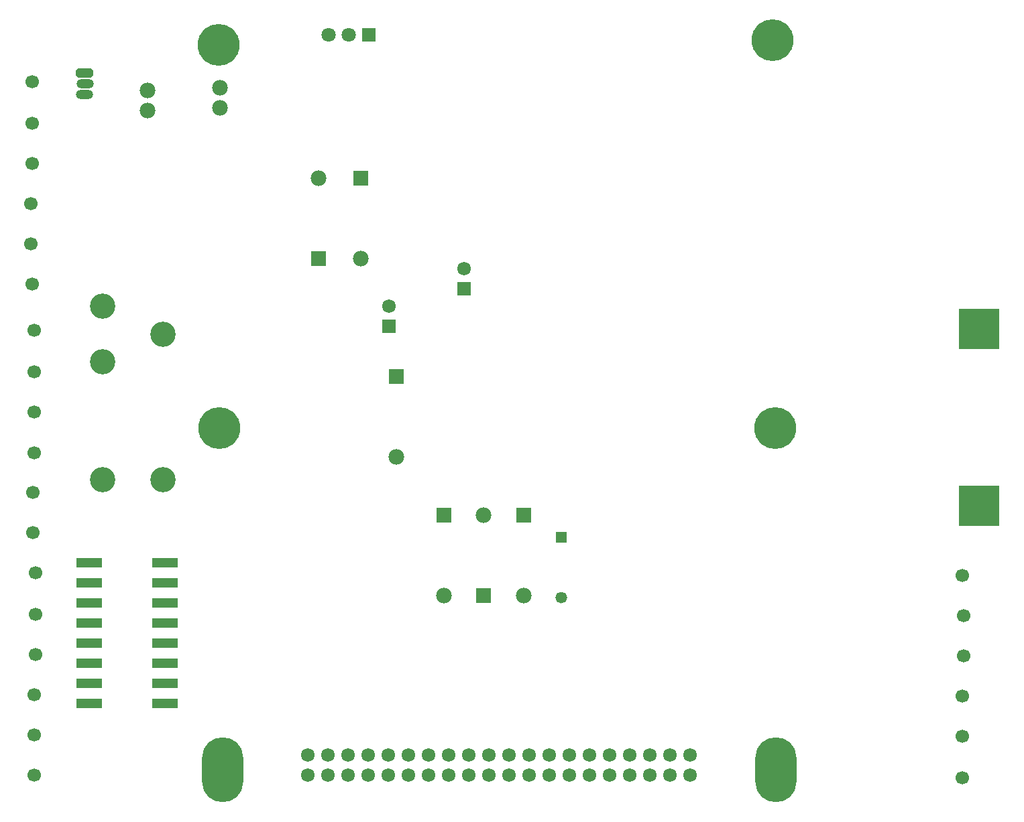
<source format=gbr>
G04 DipTrace 2.4.0.2*
%INBottomMask.gbr*%
%MOMM*%
%ADD59C,1.8*%
%ADD61R,1.8X1.8*%
%ADD73R,1.47X1.47*%
%ADD75C,1.47*%
%ADD77C,3.2*%
%ADD79O,2.2X1.2*%
%ADD81C,1.7*%
%ADD82R,5.2X5.2*%
%ADD86O,5.2X8.2*%
%ADD88C,5.28*%
%ADD90R,3.2X1.2*%
%ADD92C,1.978*%
%ADD94C,1.724*%
%ADD96C,1.978*%
%ADD98R,1.978X1.978*%
%ADD112R,1.724X1.724*%
%ADD114C,1.724*%
%FSLAX53Y53*%
G04*
G71*
G90*
G75*
G01*
%LNBotMask*%
%LPD*%
D114*
X65300Y76312D3*
D112*
Y73772D3*
D114*
X74825Y81075D3*
D112*
Y78535D3*
D98*
X72285Y49960D3*
D96*
Y39800D3*
D98*
X77317D3*
D96*
Y49960D3*
D98*
X56410Y82345D3*
D96*
Y92505D3*
D98*
X66252Y67422D3*
D96*
Y57262D3*
D98*
X82349Y49960D3*
D96*
Y39800D3*
D98*
X61807Y92505D3*
D96*
Y82345D3*
D94*
X103372Y19639D3*
X100832D3*
X98293D3*
X95752D3*
X93212D3*
X90672D3*
X88132D3*
X85592D3*
X83052D3*
X80513D3*
X77972D3*
X75432D3*
X72892D3*
X70352D3*
X67812D3*
X65272D3*
X62732D3*
X60192D3*
X57652D3*
X55112D3*
Y17099D3*
X57652D3*
X60192D3*
X62732D3*
X65272D3*
X67812D3*
X70352D3*
X72892D3*
X75432D3*
X77972D3*
X80513D3*
X83052D3*
X85592D3*
X88132D3*
X90672D3*
X93212D3*
X95752D3*
X98293D3*
X100832D3*
X103372D3*
D92*
X34820Y103617D3*
Y101077D3*
X44027Y103935D3*
Y101395D3*
D90*
X37042Y26147D3*
Y28688D3*
Y31228D3*
Y33767D3*
Y36307D3*
Y38847D3*
Y41387D3*
Y43928D3*
X27517D3*
Y41387D3*
Y38847D3*
Y36307D3*
Y33767D3*
Y31228D3*
Y28688D3*
Y26147D3*
D88*
X113805Y109968D3*
X43900Y60900D3*
X43855Y109332D3*
X114100Y60900D3*
D86*
X114160Y17730D3*
X44310Y17790D3*
D82*
X139880Y73500D3*
Y51116D3*
D81*
X137767Y42340D3*
X137926Y37260D3*
Y32180D3*
X137768Y27100D3*
Y22020D3*
Y16781D3*
X20322Y79170D3*
X20163Y84250D3*
Y89330D3*
X20322Y94410D3*
Y99490D3*
Y104729D3*
X20350Y47738D3*
X20360Y52820D3*
X20550Y57770D3*
Y62978D3*
Y68058D3*
Y73296D3*
X20590Y17050D3*
X20591Y22133D3*
Y27213D3*
X20750Y32293D3*
Y37373D3*
Y42611D3*
G36*
X26099Y106440D2*
X25790Y106131D1*
Y105549D1*
X26099Y105240D1*
X27681D1*
X27990Y105549D1*
Y106131D1*
X27681Y106440D1*
X26099D1*
X25790Y106131D1*
Y105549D1*
X26099Y105240D1*
X27681D1*
X27990Y105549D1*
Y106131D1*
X27681Y106440D1*
X26099D1*
X25790Y106131D1*
Y105549D1*
X26099Y105240D1*
X27681D1*
X27990Y105549D1*
Y106131D1*
X27681Y106440D1*
X26099D1*
G37*
D79*
X26960Y104450D3*
X26920Y103130D3*
D77*
X29180Y54400D3*
X36800D3*
X29180Y69323D3*
X36800Y72815D3*
X29180Y76308D3*
D75*
X87127Y39546D3*
D73*
Y47166D3*
D61*
X62760Y110603D3*
D59*
X60220D3*
X57680D3*
M02*

</source>
